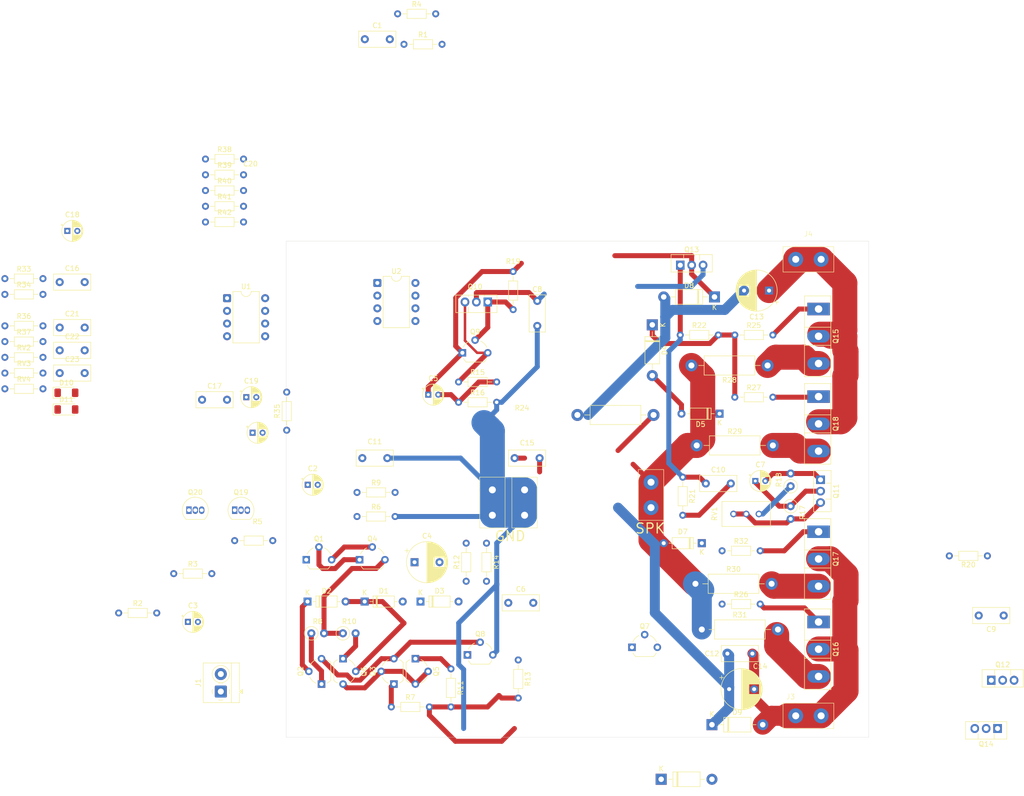
<source format=kicad_pcb>
(kicad_pcb (version 20241229) (generator "pcbnew") (generator_version "9.0")
  (layers (0 "F.Cu" signal) (2 "B.Cu" signal) (13 "F.Paste" user) (15 "B.Paste" user) (5 "F.SilkS" user "F.Silkscreen") (7 "B.SilkS" user "B.Silkscreen") (1 "F.Mask" user) (3 "B.Mask" user) (25 "Edge.Cuts" user))
  (net 0 "")
  (net 1 "Net-(Q3-E)")
  (net 2 "GNDS")
  (net 3 "Net-(C3-Pad2)")
  (net 4 "B+")
  (net 5 "B-")
  (net 6 "/SPEAKER")
  (net 7 "Net-(Q11-B)")
  (net 8 "Net-(Q1-C)")
  (net 9 "PWRGND")
  (net 10 "Net-(Q13-E)")
  (net 11 "Net-(D3-K)")
  (net 12 "Net-(Q3-B)")
  (net 13 "Net-(Q5-E)")
  (net 14 "Net-(Q12-E)")
  (net 15 "Net-(Q11-E)")
  (net 16 "Net-(Q14-E)")
  (net 17 "Net-(Q2-E)")
  (net 18 "Net-(C1-Pad1)")
  (net 19 "Net-(C2-Pad2)")
  (net 20 "Net-(D1-A)")
  (net 21 "Net-(C5-Pad2)")
  (net 22 "Net-(Q2-C)")
  (net 23 "Net-(Q10-C)")
  (net 24 "Net-(C15-Pad2)")
  (net 25 "Net-(D1-K)")
  (net 26 "Net-(D4-A)")
  (net 27 "Net-(D4-K)")
  (net 28 "Net-(D6-A)")
  (net 29 "GND")
  (net 30 "Net-(J1-Pin_2)")
  (net 31 "Net-(Q19-C)")
  (net 32 "Net-(Q1-B)")
  (net 33 "Net-(Q4-C)")
  (net 34 "Net-(Q6-E)")
  (net 35 "Net-(Q12-B)")
  (net 36 "Net-(Q10-B)")
  (net 37 "Net-(Q10-E)")
  (net 38 "Net-(R18-Pad1)")
  (net 39 "Net-(Q15-G)")
  (net 40 "Net-(Q15-S)")
  (net 41 "Net-(Q16-G)")
  (net 42 "Net-(Q16-S)")
  (net 43 "Net-(Q17-G)")
  (net 44 "Net-(Q17-S)")
  (net 45 "Net-(Q18-G)")
  (net 46 "Net-(Q18-S)")
  (net 47 "Net-(Q20-C)")
  (net 48 "INPUT")
  (net 49 "Net-(C18-Pad2)")
  (net 50 "UNREG+")
  (net 51 "Net-(D10-K)")
  (net 52 "Net-(D11-A)")
  (net 53 "UNREG-")
  (net 54 "Net-(C21-Pad2)")
  (net 55 "Net-(U1A--)")
  (net 56 "OUTPUT")
  (net 57 "Net-(C22-Pad1)")
  (net 58 "Net-(U1B-+)")
  (net 59 "Net-(D6-K)")
  (net 60 "Net-(U1A-+)")
  (net 61 "Net-(SW1-B)")
  (net 62 "Net-(U2A-+)")
  (net 63 "Net-(R42-Pad2)")
  (footprint "Resistor_THT:R_Axial_DIN0411_L9.9mm_D3.6mm_P15.24mm_Horizontal" (layer "F.Cu") (at 148.844 50.8)
    (property "Reference" "R24")
    (property "Value" "10")
  )
  (footprint "Resistor_THT:R_Axial_DIN0204_L3.6mm_D1.6mm_P7.62mm_Horizontal" (layer "F.Cu") (at 135.99 22.098 -90)
    (property "Reference" "R19")
    (property "Value" "56")
  )
  (footprint "Package_TO_SOT_THT:TO-126-3_Vertical" (layer "F.Cu") (at 169.43 20.828)
    (property "Reference" "Q13")
    (property "Value" "TTC004B")
  )
  (footprint "Resistor_THT:R_Axial_DIN0204_L3.6mm_D1.6mm_P7.62mm_Horizontal" (layer "F.Cu") (at 90.678 53.848 90)
    (property "Reference" "R35")
    (property "Value" "47k")
  )
  (footprint "Resistor_THT:R_Axial_DIN0204_L3.6mm_D1.6mm_P7.62mm_Horizontal" (layer "F.Cu") (at 223.266 78.994)
    (property "Reference" "R20")
    (property "Value" "33")
  )
  (footprint "Capacitor_THT:CP_Radial_D4.0mm_P2.00mm" (layer "F.Cu") (at 184.447401 64.008)
    (property "Reference" "C7")
    (property "Value" "10u")
  )
  (footprint "Diode_THT:D_DO-35_SOD27_P7.62mm_Horizontal" (layer "F.Cu") (at 106.272 88.138)
    (property "Reference" "D1")
    (property "Value" "1N4148")
  )
  (footprint "Package_TO_SOT_THT:TO-247-3_Vertical" (layer "F.Cu") (at 197.104 74.168 -90)
    (property "Reference" "Q17")
    (property "Value" "IRFP9240")
  )
  (footprint "Diode_THT:D_DO-35_SOD27_P7.62mm_Horizontal" (layer "F.Cu") (at 94.842 88.138)
    (property "Reference" "D2")
    (property "Value" "1N4148")
  )
  (footprint "Resistor_THT:R_Axial_DIN0204_L3.6mm_D1.6mm_P7.62mm_Horizontal" (layer "F.Cu") (at 130.656 76.454 -90)
    (property "Reference" "R14")
    (property "Value" "22k")
  )
  (footprint "Package_TO_SOT_THT:TO-92_Wide" (layer "F.Cu") (at 116.432 99.568 -90)
    (property "Reference" "Q5")
    (property "Value" "2N5551")
  )
  (footprint "Resistor_THT:R_Axial_DIN0204_L3.6mm_D1.6mm_P7.62mm_Horizontal" (layer "F.Cu") (at 34.282 26.668)
    (property "Reference" "R34")
    (property "Value" "47k")
  )
  (footprint "Package_TO_SOT_THT:TO-92_Wide" (layer "F.Cu") (at 159.766 97.29)
    (property "Reference" "Q7")
    (property "Value" "2N5551")
  )
  (footprint "Capacitor_THT:C_Rect_L7.2mm_W3.0mm_P5.00mm_FKS2_FKP2_MKS2_MKP2" (layer "F.Cu") (at 234.148 90.932 180)
    (property "Reference" "C9")
    (property "Value" "47p")
  )
  (footprint "Resistor_THT:R_Axial_DIN0207_L6.3mm_D2.5mm_P2.54mm_Vertical" (layer "F.Cu") (at 191.516 69.059 -90)
    (property "Reference" "R17")
    (property "Value" "10k")
  )
  (footprint "Package_TO_SOT_THT:TO-126-3_Vertical" (layer "F.Cu") (at 197.491 63.765 -90)
    (property "Reference" "Q11")
    (property "Value" "BD139")
  )
  (footprint "Package_TO_SOT_THT:TO-92_Wide" (layer "F.Cu") (at 94.588 79.764)
    (property "Reference" "Q1")
    (property "Value" "2N5401")
  )
  (footprint "Resistor_THT:R_Axial_DIN0204_L3.6mm_D1.6mm_P7.62mm_Horizontal" (layer "F.Cu") (at 177.8 77.978)
    (property "Reference" "R32")
    (property "Value" "56")
  )
  (footprint "Resistor_THT:R_Axial_DIN0204_L3.6mm_D1.6mm_P7.62mm_Horizontal" (layer "F.Cu") (at 68.072 82.55)
    (property "Reference" "R3")
    (property "Value" "470")
  )
  (footprint "Resistor_THT:R_Axial_DIN0204_L3.6mm_D1.6mm_P7.62mm_Horizontal" (layer "F.Cu") (at 34.282 36.118)
    (property "Reference" "R37")
    (property "Value" "10k")
  )
  (footprint "Resistor_THT:R_Axial_DIN0204_L3.6mm_D1.6mm_P7.62mm_Horizontal" (layer "F.Cu") (at 114.142 -23.37)
    (property "Reference" "R1")
    (property "Value" "1k")
  )
  (footprint "Resistor_THT:R_Axial_DIN0204_L3.6mm_D1.6mm_P7.62mm_Horizontal" (layer "F.Cu") (at 34.282 42.418)
    (property "Reference" "RV3")
    (property "Value" "50k")
  )
  (footprint "Diode_SMD:D_MiniMELF" (layer "F.Cu") (at 46.597 49.703)
    (property "Reference" "D11")
    (property "Value" "BZV55B16")
  )
  (footprint "Resistor_THT:R_Axial_DIN0411_L9.9mm_D3.6mm_P15.24mm_Horizontal" (layer "F.Cu") (at 172.466 84.582)
    (property "Reference" "R30")
    (property "Value" "0.22")
  )
  (footprint "Resistor_THT:R_Axial_DIN0411_L9.9mm_D3.6mm_P15.24mm_Horizontal" (layer "F.Cu") (at 186.898 40.894 180)
    (property "Reference" "R28")
    (property "Value" "0.22")
  )
  (footprint "Resistor_THT:R_Axial_DIN0411_L9.9mm_D3.6mm_P15.24mm_Horizontal" (layer "F.Cu") (at 173.736 93.726)
    (property "Reference" "R31")
    (property "Value" "0.22")
  )
  (footprint "Package_TO_SOT_THT:TO-92_Wide" (layer "F.Cu") (at 126.846 98.814)
    (property "Reference" "Q8")
    (property "Value" "2N5551")
  )
  (footprint "Capacitor_THT:CP_Radial_D8.0mm_P5.00mm" (layer "F.Cu") (at 116.258 80.264)
    (property "Reference" "C4")
    (property "Value" "220u")
  )
  (footprint "Resistor_THT:R_Axial_DIN0204_L3.6mm_D1.6mm_P7.62mm_Horizontal" (layer "F.Cu") (at 74.422 9.042)
    (property "Reference" "R41")
    (property "Value" "10k")
  )
  (footprint "Resistor_THT:R_Axial_DIN0204_L3.6mm_D1.6mm_P7.62mm_Horizontal" (layer "F.Cu") (at 180.34 47.244)
    (property "Reference" "R27")
    (property "Value" "56")
  )
  (footprint "Resistor_THT:R_Axial_DIN0207_L6.3mm_D2.5mm_P2.54mm_Vertical" (layer "F.Cu") (at 95.604 94.488)
    (property "Reference" "R8")
    (property "Value" "100")
  )
  (footprint "Capacitor_THT:C_Rect_L7.2mm_W3.0mm_P5.00mm_FKS2_FKP2_MKS2_MKP2" (layer "F.Cu") (at 45.252 42.418)
    (property "Reference" "C23")
    (property "Value" "100n")
  )
  (footprint "Package_TO_SOT_THT:TO-92_Wide" (layer "F.Cu") (at 112.13 104.648 90)
    (property "Reference" "Q3")
    (property "Value" "2N5551")
  )
  (footprint "Resistor_THT:R_Axial_DIN0207_L6.3mm_D2.5mm_P2.54mm_Vertical" (layer "F.Cu") (at 191.516 65.053 90)
    (property "Reference" "R18")
    (property "Value" "680")
  )
  (footprint "Capacitor_THT:CP_Radial_D4.0mm_P2.00mm" (layer "F.Cu") (at 83.852 54.356)
    (property "Reference" "C20")
    (property "Value" "1u")
  )
  (footprint "Capacitor_THT:CP_Radial_D4.0mm_P2.00mm" (layer "F.Cu") (at 94.885401 64.77)
    (property "Reference" "C2")
    (property "Value" "4.7u")
  )
  (footprint "Capacitor_THT:CP_Radial_D4.0mm_P2.00mm" (layer "F.Cu") (at 119.004 46.736)
    (property "Reference" "C5")
    (property "Value" "4.7u")
  )
  (footprint "Package_TO_SOT_THT:TO-92_Inline" (layer "F.Cu") (at 80.264 69.85)
    (property "Reference" "Q19")
    (property "Value" "BC547")
  )
  (footprint "Package_TO_SOT_THT:TO-92_Wide" (layer "F.Cu") (at 101.954 99.568 -90)
    (property "Reference" "Q6")
    (property "Value" "2N5401")
  )
  (footprint "Resistor_THT:R_Axial_DIN0204_L3.6mm_D1.6mm_P7.62mm_Horizontal" (layer "F.Cu") (at 74.422 5.892)
    (property "Reference" "R40")
    (property "Value" "10k")
  )
  (footprint "Capacitor_THT:CP_Radial_D4.0mm_P2.00mm" (layer "F.Cu") (at 82.593401 47.244)
    (property "Reference" "C19")
    (property "Value" "1u")
  )
  (footprint "Package_TO_SOT_THT:TO-247-3_Vertical" (layer "F.Cu") (at 197.104 92.224 -90)
    (property "Reference" "Q16")
    (property "Value" "IRFP9240")
  )
  (footprint "footprints:TRIM_T93YA103KT20" (layer "F.Cu") (at 182.626 70.612 90)
    (property "Reference" "RV1")
    (property "Value" "300")
  )
  (footprint "Resistor_THT:R_Axial_DIN0204_L3.6mm_D1.6mm_P7.62mm_Horizontal" (layer "F.Cu") (at 104.748 71.12)
    (property "Reference" "R6")
    (property "Value" "4.7k")
  )
  (footprint "Resistor_THT:R_Axial_DIN0411_L9.9mm_D3.6mm_P15.24mm_Horizontal" (layer "F.Cu") (at 187.96 56.896 180)
    (property "Reference" "R29")
    (property "Value" "0.22")
  )
  (footprint "Diode_SMD:D_MiniMELF" (layer "F.Cu") (at 46.597 46.363)
    (property "Reference" "D10")
    (property "Value" "BZV55B16")
  )
  (footprint "Capacitor_THT:C_Rect_L7.2mm_W3.0mm_P5.00mm_FKS2_FKP2_MKS2_MKP2" (layer "F.Cu") (at 135.014 88.392)
    (property "Reference" "C6")
    (property "Value" "47p")
  )
  (footprint "footprints:Spade Connector" (layer "F.Cu") (at 133.196 68.326 90)
    (property "Reference" "J7" (hide yes))
    (property "Value" "~")
  )
  (footprint "Package_TO_SOT_THT:TO-126-3_Vertical" (layer "F.Cu") (at 130.91 28.194 180)
    (property "Reference" "Q10")
    (property "Value" "BD140")
  )
  (footprint "Resistor_THT:R_Axial_DIN0204_L3.6mm_D1.6mm_P7.62mm_Horizontal" (layer "F.Cu") (at 74.422 2.742)
    (property "Reference" "R39")
    (property "Value" "10k")
  )
  (footprint "Package_DIP:DIP-8_W7.62mm" (layer "F.Cu") (at 108.812 24.384)
    (property "Reference" "U2")
    (property "Value" "NE5532")
  )
  (footprint "Diode_THT:D_DO-35_SOD27_P7.62mm_Horizontal" (layer "F.Cu") (at 173.736 76.454 180)
    (property "Reference" "D7")
    (property "Value" "1N4148")
  )
  (footprint "Resistor_THT:R_Axial_DIN0204_L3.6mm_D1.6mm_P7.62mm_Horizontal" (layer "F.Cu") (at 112.872 -29.466)
    (property "Reference" "R4")
    (property "Value" "22k")
  )
  (footprint "Capacitor_THT:CP_Radial_D4.0mm_P2.00mm" (layer "F.Cu") (at 70.909401 92.202)
    (property "Reference" "C3")
    (property "Value" "4.7u")
  )
  (footprint "Capacitor_THT:C_Rect_L7.2mm_W3.0mm_P5.00mm_FKS2_FKP2_MKS2_MKP2" (layer "F.Cu") (at 110.804 59.436 180)
    (property "Reference" "C11")
    (property "Value" "100n")
  )
  (footprint "Resistor_THT:R_Axial_DIN0204_L3.6mm_D1.6mm_P7.62mm_Horizontal" (layer "F.Cu") (at 34.282 45.568)
    (property "Reference" "RV4")
    (property "Value" "50k")
  )
  (footprint "Resistor_THT:R_Axial_DIN0204_L3.6mm_D1.6mm_P7.62mm_Horizontal" (layer "F.Cu") (at 34.282 39.268)
    (property "Reference" "RV2")
    (property "Value" "50k")
  )
  (footprint "Capacitor_THT:C_Rect_L7.2mm_W3.0mm_P5.00mm_FKS2_FKP2_MKS2_MKP2" (layer "F.Cu") (at 174.538 64.516)
    (property "Reference" "C10")
    (property "Value" "220n")
  )
  (footprint "Resistor_THT:R_Axial_DIN0204_L3.6mm_D1.6mm_P7.62mm_Horizontal" (layer "F.Cu") (at 137.006 99.822 -90)
    (property "Reference" "R13")
    (property "Value" "1k")
  )
  (footprint "footprints:Spade Connector" (layer "F.Cu") (at 158.496 66.802 90)
    (property "Reference" "J5" (hide yes))
    (property "Value" "~")
  )
  (footprint "Resistor_THT:R_Axial_DIN0204_L3.6mm_D1.6mm_P7.62mm_Horizontal" (layer "F.Cu") (at 74.422 12.192)
    (property "Reference" "R42")
    (property "Value" "10k")
  )
  (footprint "Resistor_THT:R_Axial_DIN0207_L6.3mm_D2.5mm_P2.54mm_Vertical" (layer "F.Cu") (at 101.925 94.488)
    (property "Reference" "R10")
    (property "Value" "100")
  )
  (footprint "Resistor_THT:R_Axial_DIN0204_L3.6mm_D1.6mm_P7.62mm_Horizontal" (layer "F.Cu") (at 177.8 88.646)
    (property "Reference" "R26")
    (property "Value" "56")
  )
  (footprint "Resistor_THT:R_Axial_DIN0204_L3.6mm_D1.6mm_P7.62mm_Horizontal" (layer "F.Cu") (at 169.418 34.798)
    (property "Reference" "R22")
    (property "Value" "56")
  )
  (footprint "Resistor_THT:R_Axial_DIN0204_L3.6mm_D1.6mm_P7.62mm_Horizontal" (layer "F.Cu") (at 180.34 34.798)
    (property "Reference" "R25")
    (property "Value" "56")
  )
  (footprint "Package_TO_SOT_THT:TO-92_Inline" (layer "F.Cu") (at 71.12 69.85)
    (property "Reference" "Q20")
    (property "Value" "BC557")
  )
  (footprint "Resistor_THT:R_Axial_DIN0204_L3.6mm_D1.6mm_P7.62mm_Horizontal" (layer "F.Cu") (at 125.068 48.26)
    (property "Reference" "R16")
    (property "Value" "4.7k")
  )
  (footprint "Capacitor_THT:C_Rect_L7.2mm_W3.0mm_P5.00mm_FKS2_FKP2_MKS2_MKP2" (layer "F.Cu") (at 45.252 33.318)
    (property "Reference" "C21")
    (property "Value" "220p")
  )
  (footprint "Resistor_THT:R_Axial_DIN0204_L3.6mm_D1.6mm_P7.62mm_Horizontal" (layer "F.Cu") (at 169.926 63.246 -90)
    (property "Reference" "R21")
    (property "Value" "680")
  )
  (footprint "footprints:Spade Connector" (layer "F.Cu") (at 126.746 68.326 90)
    (property "Reference" "J6" (hide yes))
    (property "Value" "~")
  )
  (footprint "Capacitor_THT:CP_Radial_D8.0mm_P5.00mm" (layer "F.Cu") (at 179.207349 105.664)
    (property "Reference" "C14")
    (property "Value" "220u")
  )
  (footprint "Package_TO_SOT_THT:TO-92_Wide" (layer "F.Cu") (at 125.83 38.362)
    (property "Reference" "Q9")
    (property "Value" "2N5401")
  )
  (footprint "Resistor_THT:R_Axial_DIN0204_L3.6mm_D1.6mm_P7.62mm_Horizontal" (layer "F.Cu") (at 123.544 101.6 -90)
    (property "Reference" "R11")
    (property "Value" "100")
  )
  (footprint "Capacitor_THT:C_Rect_L7.2mm_W3.0mm_P5.00mm_FKS2_FKP2_MKS2_MKP2" (layer "F.Cu") (at 73.74 47.752)
    (property "Reference" "C17")
    (property "Value" "100n")
  )
  (footprint "TerminalBlock_4Ucon:TerminalBlock_4Ucon_1x02_P3.50mm_Horizontal" (layer "F.Cu") (at 77.4915 106.144 90)
    (property "Reference" "J1")
    (property "Value" "INPUT")
  )
  (footprint "Package_TO_SOT_THT:TO-92_Wide" (layer "F.Cu") (at 105.256 79.764)
    (property "Reference" "Q4")
    (property "Value" "2N5401")
  )
  (footprint "Package_TO_SOT_THT:TO-247-3_Vertical" (layer "F.Cu") (at 197.104 29.602 -90)
    (property "Reference" "Q15")
    (property "Value" "IRFP240")
  )
  (footprint "Capacitor_THT:CP_Radial_D4.0mm_P2.00mm" (layer "F.Cu") (at 46.779401 13.97)
    (property "Reference" "C18")
    (property "Value" "22u")
  )
  (footprint "Resistor_THT:R_Axial_DIN0204_L3.6mm_D1.6mm_P7.62mm_Horizontal" (layer "F.Cu") (at 126.592 84.074 90)
    (property "Reference" "R12")
    (property "Value" "1k")
  )
  (footprint "Capacitor_THT:C_Rect_L7.2mm_W3.0mm_P5.00mm_FKS2_FKP2_MKS2_MKP2" (layer "F.Cu") (at 141.284 59.436 180)
    (property "Reference" "C15")
    (property "Value" "100n")
  )
  (footprint "Resistor_THT:R_Axial_DIN0204_L3.6mm_D1.6mm_P7.62mm_Horizontal" (layer "F.Cu") (at 34.282 23.518)
    (property "Reference" "R33")
    (property "Value" "22k")
  )
  (footprint "Resistor_THT:R_Axial_DIN0204_L3.6mm_D1.6mm_P7.62mm_Horizontal" (layer "F.Cu") (at 104.748 66.294)
    (property "Reference" "R9")
    (property "Value" "470")
  )
  (footprint "Diode_THT:D_DO-41_SOD81_P10.16mm_Horizontal" (layer "F.Cu") (at 163.83 32.766 -90)
    (property "Reference" "D4")
    (property "Value" "1N5919")
  )
  (footprint "Capacitor_THT:CP_Radial_D8.0mm_P5.00mm" (layer "F.Cu") (at 187.198 25.908 180)
    (property "Reference" "C13")
    (property "Value" "220u")
  )
  (footprint "Resistor_THT:R_Axial_DIN0204_L3.6mm_D1.6mm_P7.62mm_Horizontal" (layer "F.Cu") (at 34.282 32.968)
    (property "Reference" "R36")
    (property "Value" "3k")
  )
  (footprint "footprints:Spade Connector" (layer "F.Cu") (at 195.072 14.578)
    (property "Reference" "J4")
    (property "Value" "~")
  )
  (footprint "Package_TO_SOT_THT:TO-126-3_Vertical" (layer "F.Cu") (at 231.66 103.886)
    (property "Reference" "Q12")
    (property "Value" "BD139")
  )
  (footprint "Package_DIP:DIP-8_W7.62mm" (layer "F.Cu") (at 78.745 27.432)
    (property "Reference" "U1")
    (property "Value" "NE5532")
  )
  (footprint "Diode_THT:D_DO-41_SOD81_P10.16mm_Horizontal" (layer "F.Cu") (at 165.608 123.698)
    (property "Reference" "D6" (hide yes))
    (property "Value" "1N5919")
  )
  (footprint "Resistor_THT:R_Axial_DIN0204_L3.6mm_D1.6mm_P7.62mm_Horizontal" (layer "F.Cu") (at 80.264 75.946)
    (property "Reference" "R5")
    (property "Value" "4.7k")
  )
  (footprint "Diode_THT:D_DO-41_SOD81_P10.16mm_Horizontal" (layer "F.Cu") (at 176.276 27.178 180)
    (property "Reference" "D8")
    (property "Value" "1N4004")
  )
  (footprint "Capacitor_THT:C_Rect_L7.2mm_W3.0mm_P5.00mm_FKS2_FKP2_MKS2_MKP2" (layer "F.Cu") (at 45.252 37.868)
    (property "Reference" "C22")
    (property "Value" "100n")
  )
  (footprint "Capacitor_THT:C_Rect_L7.2mm_W3.0mm_P5.00mm_FKS2_FKP2_MKS2_MKP2" (layer "F.Cu") (at 140.816 27.98 -90)
    (property "Reference" "C8")
    (property "Value" "47p")
  )
  (footprint "Diode_THT:D_DO-35_SOD27_P7.62mm_Horizontal" (layer "F.Cu") (at 117.448 88.138)
    (property "Reference" "D3")
    (property "Value" "1N4148")
  )
  (footprint "Package_TO_SOT_THT:TO-247-3_Vertical" (layer "F.Cu") (at 197.104 47.128 -90)
    (property "Reference" "Q18")
    (property "Value" "IRFP240")
  )
  (footprint "Resistor_THT:R_Axial_DIN0204_L3.6mm_D1.6mm_P7.62mm_Horizontal" (layer "F.Cu") (at 111.606 109.22)
    (property "Reference" "R7")
    (property "Value" "100")
  )
  (footprint "Resistor_THT:R_Axial_DIN0204_L3.6mm_D1.6mm_P7.62mm_Horizontal" (layer "F.Cu") (at 57.052 90.424)
    (property "Reference" "R2")
    (property "Value" "100")
  )
  (footprint "Package_TO_SOT_THT:TO-126-3_Vertical" (layer "F.Cu") (at 232.918 113.538 180)
    (property "Reference" "Q14")
    (property "Value" "TTA004B")
  )
  (footprint "Diode_THT:D_DO-35_SOD27_P7.62mm_Horizontal" (layer "F.Cu") (at 177.292 50.546 180)
    (property "Reference" "D5")
    (property "Value" "1N4148")
  )
  (footprint "Resistor_THT:R_Axial_DIN0204_L3.6mm_D1.6mm_P7.62mm_Horizontal" (layer "F.Cu") (at 125.068 44.196)
    (property "Reference" "R15")
    (property "Value" "4.7k")
  )
  (footprint "Capacitor_THT:C_Rect_L7.2mm_W3.0mm_P5.00mm_FKS2_FKP2_MKS2_MKP2" (layer "F.Cu") (at 45.252 24.218)
    (property "Reference" "C16")
    (property "Value" "100n")
  )
  (footprint "Resistor_THT:R_Axial_DIN0204_L3.6mm_D1.6mm_P7.62mm_Horizontal" (layer "F.Cu") (at 74.422 -0.408)
    (property "Reference" "R38")
    (property "Value" "22k")
  )
  (footprint "Package_TO_SOT_THT:TO-92_Wide" (layer "F.Cu") (at 97.644 104.648 90)
    (property "Reference" "Q2")
    (property "Value" "2N5401")
  )
  (footprint "footprints:Spade Connector" (layer "F.Cu") (at 195.072 105.918)
    (property "Reference" "J3")
    (property "Value" "~")
  )
  (footprint "Capacitor_THT:C_Rect_L7.2mm_W3.0mm_P5.00mm_FKS2_FKP2_MKS2_MKP2" (layer "F.Cu") (at 183.856 98.552 180)
    (property "Reference" "C12")
    (property "Value" "100n")
  )
  (footprint "Capacitor_THT:C_Rect_L7.2mm_W3.0mm_P5.00mm_FKS2_FKP2_MKS2_MKP2" (layer "F.Cu") (at 106.308 -24.386)
    (property "Reference" "C1")
    (property "Value" "220p")
  )
  (footprint "Diode_THT:D_DO-41_SOD81_P10.16mm_Horizontal" (layer "F.Cu") (at 175.768 112.776)
    (property "Reference" "D9")
    (property "Value" "1N4004")
  )
  (gr_rect (start 90.551 16.002) (end 207.137 115.316) (stroke (width 0.05)) (fill no) (layer "Edge.Cuts"))
  (gr_text "GND" (at 132.18 76.2 0) (layer "F.SilkS") (effects (font (size 2 2) (thickness 0.25)) (justify left bottom)))
  (gr_text "SPK" (at 160.274 74.676 0) (layer "F.SilkS") (effects (font (size 2 2) (thickness 0.25)) (justify left bottom)))
  (segment (start 111.606 109.22) (end 111.606 105.172) (width 1) (layer "F.Cu") (net 1))
  (segment (start 111.606 105.172) (end 112.13 104.648) (width 1) (layer "F.Cu") (net 1))
  (segment (start 135.99 22.098) (end 137.637 20.451) (width 1) (layer "F.Cu") (net 4))
  (segment (start 201.567376 34.640624) (end 197.347376 34.640624) (width 5) (layer "F.Cu") (net 4))
  (segment (start 202.606 38.106997) (end 202.606 42.781003) (width 5) (layer "F.Cu") (net 4))
  (segment (start 192.532 19.658) (end 197.612 19.658) (width 5) (layer "F.Cu") (net 4))
  (segment (start 192.532 19.658) (end 192.532 20.574) (width 5) (layer "F.Cu") (net 4))
  (segment (start 192.532 20.574) (end 187.198 25.908) (width 5) (layer "F.Cu") (net 4))
  (segment (start 202.354 37.854997) (end 202.606 38.106997) (width 5) (layer "F.Cu") (net 4))
  (segment (start 202.355 33.853) (end 201.567376 34.640624) (width 5) (layer "F.Cu") (net 4))
  (segment (start 171.71 18.928) (end 171.71 20.828) (width 1) (layer "F.Cu") (net 4))
  (segment (start 171.71 22.612) (end 176.276 27.178) (width 1) (layer "F.Cu") (net 4))
  (segment (start 201.578 52.156) (end 197.104 52.156) (width 5) (layer "F.Cu") (net 4))
  (segment (start 156.333 18.927) (end 171.709 18.927) (width 1) (layer "F.Cu") (net 4))
  (segment (start 125.83 38.362) (end 124.494 37.026) (width 1) (layer "F.Cu") (net 4))
  (segment (start 124.494 37.026) (end 124.494 27.38022) (width 1) (layer "F.Cu") (net 4))
  (segment (start 199.551003 35.052) (end 202.354 35.052) (width 5) (layer "F.Cu") (net 4))
  (segment (start 202.354 51.38) (end 201.578 52.156) (width 5) (layer "F.Cu") (net 4))
  (segment (start 202.354 43.033003) (end 202.354 51.38) (width 5) (layer "F.Cu") (net 4))
  (segment (start 125.83 38.362) (end 119.004 45.188) (width 1) (layer "F.Cu") (net 4))
  (segment (start 129.77622 22.098) (end 135.99 22.098) (width 1) (layer "F.Cu") (net 4))
  (segment (start 202.355 24.401) (end 202.355 33.853) (width 5) (layer "F.Cu") (net 4))
  (segment (start 202.606 42.781003) (end 202.354 43.033003) (width 5) (layer "F.Cu") (net 4))
  (segment (start 202.354 35.052) (end 202.354 37.854997) (width 5) (layer "F.Cu") (net 4))
  (segment (start 124.494 27.38022) (end 129.77622 22.098) (width 1) (layer "F.Cu") (net 4))
  (segment (start 171.709 18.927) (end 171.71 18.928) (width 1) (layer "F.Cu") (net 4))
  (segment (start 171.71 20.828) (end 171.71 22.612) (width 1) (layer "F.Cu") (net 4))
  (segment (start 119.004 45.188) (end 119.004 46.736) (width 1) (layer "F.Cu") (net 4))
  (segment (start 197.612 19.658) (end 202.355 24.401) (width 5) (layer "F.Cu") (net 4))
  (segment (start 133.664 107.442) (end 133.156 106.934) (width 1) (layer "F.Cu") (net 5))
  (segment (start 202.355 97.673) (end 202.354 97.674) (width 5) (layer "F.Cu") (net 5))
  (segment (start 202.606 87.877003) (end 202.355 88.128003) (width 5) (layer "F.Cu") (net 5))
  (segment (start 184.207349 105.664) (end 184.207349 107.499349) (width 2) (layer "F.Cu") (net 5))
  (segment (start 197.104 79.566) (end 199.383003 79.566) (width 5) (layer "F.Cu") (net 5))
  (segment (start 192.532 110.998) (end 190.811349 110.998) (width 5) (layer "F.Cu") (net 5))
  (segment (start 197.612 110.998) (end 202.604 106.006) (width 5) (layer "F.Cu") (net 5))
  (segment (start 202.302 97.622) (end 197.104 97.622) (width 5) (layer "F.Cu") (net 5))
  (segment (start 130.87 109.22) (end 133.156 106.934) (width 1) (layer "F.Cu") (net 5))
  (segment (start 185.928 112.776) (end 187.706 110.998) (width 4) (layer "F.Cu") (net 5))
  (segment (start 136.244 113.538) (end 133.689 116.093) (width 1) (layer "F.Cu") (net 5))
  (segment (start 202.355 88.128003) (end 202.355 97.673) (width 5) (layer "F.Cu") (net 5))
  (segment (start 119.226 109.22) (end 123.544 109.22) (width 1) (layer "F.Cu") (net 5))
  (segment (start 184.207349 107.499349) (end 187.706 110.998) (width 2) (layer "F.Cu") (net 5))
  (segment (start 123.544 109.22) (end 130.87 109.22) (width 1) (layer "F.Cu") (net 5))
  (segment (start 124.437 116.093) (end 119.226 110.882) (width 1) (layer "F.Cu") (net 5))
  (segment (start 133.689 116.093) (end 124.437 116.093) (width 1) (layer "F.Cu") (net 5))
  (segment (start 184.207349 98.903349) (end 183.856 98.552) (width 2) (layer "F.Cu") (net 5))
  (segment (start 199.383003 79.566) (end 202.606 82.788997) (width 5) (layer "F.Cu") (net 5))
  (segment (start 184.207349 105.664) (end 184.207349 98.903349) (width 2) (layer "F.Cu") (net 5))
  (segment (start 202.606 82.788997) (end 202.606 87.877003) (width 5) (layer "F.Cu") (net 5))
  (segment (start 202.354 97.674) (end 202.302 97.622) (width 5) (layer "F.Cu") (net 5))
  (segment (start 137.006 107.442) (end 133.664 107.442) (width 1) (layer "F.Cu") (net 5))
  (segment (start 202.604 106.006) (end 202.604 97.924) (width 5) (layer "F.Cu") (net 5))
  (segment (start 119.226 110.882) (end 119.226 109.22) (width 1) (layer "F.Cu") (net 5))
  (segment (start 187.706 110.998) (end 190.811349 110.998) (width 4) (layer "F.Cu") (net 5))
  (segment (start 202.604 97.924) (end 202.354 97.674) (width 5) (layer "F.Cu") (net 5))
  (segment (start 197.612 110.998) (end 192.532 110.998) (width 5) (layer "F.Cu") (net 5))
  (segment (start 141.284 59.436) (end 141.284 62.19) (width 1) (layer "F.Cu") (net 6))
  (segment (start 177.292 50.546) (end 173.92 50.546) (width 1) (layer "F.Cu") (net 6))
  (segment (start 173.92 50.546) (end 173.92 43.156) (width 5) (layer "F.Cu") (net 6))
  (segment (start 163.576 75.828712) (end 172.266 84.518712) (width 5) (layer "F.Cu") (net 6))
  (segment (start 163.576 69.342) (end 163.576 75.828712) (width 5) (layer "F.Cu") (net 6))
  (segment (start 163.576 64.262) (end 163.576 69.342) (width 5) (layer "F.Cu") (net 6))
  (segment (start 172.72 56.896) (end 173.92 55.696) (width 5) (layer "F.Cu") (net 6))
  (segment (start 163.576 64.262) (end 170.942 56.896) (width 5) (layer "F.Cu") (net 6))
  (segment (start 170.942 56.896) (end 172.72 56.896) (width 5) (layer "F.Cu") (net 6))
  (segment (start 173.92 43.156) (end 171.658 40.894) (width 5) (layer "F.Cu") (net 6))
  (segment (start 173.92 55.696) (end 173.92 50.546) (width 5) (layer "F.Cu") (net 6))
  (segment (start 159.98 60.666) (end 163.576 64.262) (width 1) (layer "F.Cu") (net 6))
  (segment (start 173.736 93.726) (end 173.736 85.852) (width 4) (layer "B.Cu") (net 6))
  (segment (start 172.466 84.582) (end 173.736 85.852) (width 5) (layer "B.Cu") (net 6))
  (segment (start 182.626 70.612) (end 184.412999 72.398999) (width 1) (layer "F.Cu") (net 7))
  (segment (start 190.716001 72.398999) (end 191.516 71.599) (width 1) (layer "F.Cu") (net 7))
  (segment (start 194.217 71.599) (end 191.516 71.599) (width 1) (layer "F.Cu") (net 7))
  (segment (start 197.491 68.325) (end 194.217 71.599) (width 1) (layer "F.Cu") (net 7))
  (segment (start 184.412999 72.398999) (end 190.716001 72.398999) (width 1) (layer "F.Cu") (net 7))
  (segment (start 180.086 70.612) (end 182.626 70.612) (width 1) (layer "F.Cu") (net 7))
  (segment (start 102.208 77.224) (end 107.796 77.224) (width 1) (layer "F.Cu") (net 8))
  (segment (start 99.668 79.764) (end 102.208 77.224) (width 1) (layer "F.Cu") (net 8))
  (segment (start 140.816 32.98) (end 140.816 41.148) (width 1) (layer "B.Cu") (net 9))
  (segment (start 132.705 84.582) (end 132.705 98.035) (width 1) (layer "B.Cu") (net 9))
  (segment (start 179.207349 98.903349) (end 178.856 98.552) (width 2) (layer "B.Cu") (net 9))
  (segment (start 138.276 65.786) (end 135.228 65.786) (width 5) (layer "B.Cu") (net 9))
  (segment (start 126.084 113.538) (end 126.084 101.734422) (width 1) (layer "B.Cu") (net 9))
  (segment (start 166.431 31.181) (end 166.431 35.367) (width 2) (layer "B.Cu") (net 9))
  (segment (start 133.704 48.26) (end 132.688 48.26) (width 1) (layer "B.Cu") (net 9))
  (segment (start 132.705 84.819) (end 132.705 84.582) (width 1) (layer "B.Cu") (net 9))
  (segment (start 179.207349 109.336651) (end 175.768 112.776) (width 2) (layer "B.Cu") (net 9))
  (segment (start 133.196 65.786) (end 138.276 70.866) (width 5) (layer "B.Cu") (net 9))
  (segment (start 166.116 27.178) (end 166.116 35.052) (width 1) (layer "B.Cu") (net 9))
  (segment (start 110.804 59.436) (end 125.476 59.436) (width 1) (layer "B.Cu") (net 9))
  (segment (start 131.826 54.002) (end 130.148 52.324) (width 5) (layer "B.Cu") (net 9))
  (segment (start 125.095 100.745422) (end 125.095 92.429) (width 1) (layer "B.Cu") (net 9))
  (segment (start 126.084 101.734422) (end 125.095 100.745422) (width 1) (layer "B.Cu") (net 9))
  (segment (start 125.095 92.429) (end 132.705 84.819) (width 1) (layer "B.Cu") (net 9))
  (segment (start 130.148 52.324) (end 130.91 52.324) (width 1) (layer "B.Cu") (net 9))
  (segment (start 125.476 59.436) (end 131.826 65.786) (width 1) (layer "B.Cu") (net 9))
  (segment (start 138.276 70.866) (end 138.276 65.786) (width 5) (layer "B.Cu") (net 9))
  (segment (start 182.198 25.908) (end 178.327 29.779) (width 2) (layer "B.Cu") (net 9))
  (segment (start 112.368 71.12) (end 131.572 71.12) (width 1) (layer "B.Cu") (net 9))
  (segment (start 135.228 65.786) (end 131.826 65.786) (width 5) (layer "B.Cu") (net 9))
  (segment (start 132.705 76.437) (end 132.705 84.582) (width 1) (layer "B.Cu") (net 9))
  (segment (start 166.431 31.181) (end 166.431 27.493) (width 2) (layer "B.Cu") (net 9))
  (segment (start 131.826 70.866) (end 131.826 65.786) (width 5) (layer "B.Cu") (net 9))
  (segment (start 132.302 52.324) (end 130.148 52.324) (width 2) (layer "B.Cu") (net 9))
  (segment (start 140.816 41.148) (end 133.704 48.26) (width 1) (layer "B.Cu") (net 9))
  (segment (start 138.276 70.866) (end 131.826 70.866) (width 5) (layer "B.Cu") (net 9))
  (segment (start 167.833 29.779) (end 166.431 31.181) (width 2) (layer "B.Cu") (net 9))
  (segment (start 179.207349 105.232349) (end 179.207349 109.336651) (width 2) (layer "B.Cu") (net 9))
  (segment (start 132.688 48.26) (end 132.688 49.784) (width 1) (layer "B.Cu") (net 9))
  (segment (start 135.863 73.279) (end 132.705 76.437) (width 1) (layer "B.Cu") (net 9))
  (segment (start 132.705 98.035) (end 131.926 98.814) (width 1) (layer "B.Cu") (net 9))
  (segment (start 164.341341 76.711341) (end 164.341341 90.366341) (width 2) (layer "B.Cu") (net 9))
  (segment (start 131.826 65.786) (end 133.196 65.786) (width 5) (layer "B.Cu") (net 9))
  (segment (start 166.431 35.367) (end 150.998 50.8) (width 2) (layer "B.Cu") (net 9))
  (segment (start 166.431 27.493) (end 166.116 27.178) (width 2) (layer "B.Cu") (net 9))
  (segment (start 164.341341 90.366341) (end 179.207349 105.232349) (width 2) (layer "B.Cu") (net 9))
  (segment (start 178.327 29.779) (end 167.833 29.779) (width 2) (layer "B.Cu") (net 9))
  (segment (start 179.207349 105.664) (end 179.207349 98.903349) (width 2) (layer "B.Cu") (net 9))
  (segment (start 138.276 70.866) (end 135.863 73.279) (width 1) (layer "B.Cu") (net 9))
  (segment (start 131.826 65.786) (end 131.826 54.002) (width 5) (layer "B.Cu") (net 9))
  (segment (start 132.688 49.784) (end 130.148 52.324) (width 1) (layer "B.Cu") (net 9))
  (segment (start 156.972 69.342) (end 164.341341 76.711341) (width 2) (layer "B.Cu") (net 9))
  (segment (start 169.43 20.828) (end 169.43 34.786) (width 1) (layer "F.Cu") (net 10))
  (segment (start 169.926 63.246) (end 173.268 63.246) (width 1) (layer "F.Cu") (net 10))
  (segment (start 173.268 63.246) (end 174.538 64.516) (width 1) (layer "F.Cu") (net 10))
  (segment (start 169.418 35.787949) (end 169.418 34.798) (width 1) (layer "B.Cu") (net 10))
  (segment (start 167.132 38.073949) (end 169.418 35.787949) (width 1) (layer "B.Cu") (net 10))
  (segment (start 169.926 63.246) (end 167.132 60.452) (width 1) (layer "B.Cu") (net 10))
  (segment (start 167.132 60.452) (end 167.132 38.073949) (width 1) (layer "B.Cu") (net 10))
  (segment (start 109.59 102.108) (end 106.3 105.398) (width 1) (layer "F.Cu") (net 12))
  (segment (start 116.432 104.648) (end 118.972 102.108) (width 1) (layer "F.Cu") (net 12))
  (segment (start 113.892 102.108) (end 116.432 104.648) (width 1) (layer "F.Cu") (net 12))
  (segment (start 106.3 105.398) (end 102.704 105.398) (width 1) (layer "F.Cu") (net 12))
  (segment (start 109.59 102.108) (end 113.892 102.108) (width 1) (layer "F.Cu") (net 12))
  (segment (start 102.704 105.398) (end 101.954 104.648) (width 1) (layer "F.Cu") (net 12))
  (segment (start 123.544 101.6) (end 121.512 99.568) (width 1) (layer "F.Cu") (net 13))
  (segment (start 121.512 99.568) (end 116.432 99.568) (width 1) (layer "F.Cu") (net 13))
  (segment (start 191.516 62.513) (end 196.239 62.513) (width 1) (layer "F.Cu") (net 15))
  (segment (start 187.942401 62.513) (end 191.516 62.513) (width 1) (layer "F.Cu") (net 15))
  (segment (start 186.447401 64.008) (end 187.942401 62.513) (width 1) (layer "F.Cu") (net 15))
  (segment (start 196.239 62.513) (end 197.491 63.765) (width 1) (layer "F.Cu") (net 15))
  (segment (start 173.188 70.866) (end 179.538 64.516) (width 1) (layer "F.Cu") (net 16))
  (segment (start 169.926 70.866) (end 173.188 70.866) (width 1) (layer "F.Cu") (net 16))
  (segment (start 97.644 102.044288) (end 95.604 100.004288) (width 1) (layer "F.Cu") (net 17))
  (segment (start 95.604 100.004288) (end 95.604 94.488) (width 1) (layer "F.Cu") (net 17))
  (segment (start 97.644 104.648) (end 97.644 102.044288) (width 1) (layer "F.Cu") (net 17))
  (segment (start 93.803 89.177) (end 94.842 88.138) (width 1) (layer "F.Cu") (net 20))
  (segment (start 93.803 100.807) (end 93.803 89.177) (width 1) (layer "F.Cu") (net 20))
  (segment (start 95.104 102.108) (end 93.803 100.807) (width 1) (layer "F.Cu") (net 20))
  (segment (start 129.132 44.196) (end 125.068 48.26) (width 1) (layer "F.Cu") (net 21))
  (segment (start 121.004 46.736) (end 123.544 46.736) (width 1) (layer "F.Cu") (net 21))
  (segment (start 132.688 44.196) (end 129.132 44.196) (width 1) (layer "F.Cu") (net 21))
  (segment (start 123.544 46.736) (end 125.068 48.26) (width 1) (layer "F.Cu") (net 21))
  (segment (start 112.13 99.568) (end 115.424 96.274) (width 1) (layer "F.Cu") (net 22))
  (segment (start 105.362712 103.859) (end 109.653712 99.568) (width 1) (layer "F.Cu") (net 22))
  (segment (start 109.653712 99.568) (end 112.13 99.568) (width 1) (layer "F.Cu") (net 22))
  (segment (start 115.424 96.274) (end 129.386 96.274) (width 1) (layer "F.Cu") (net 22))
  (segment (start 103.768712 103.859) (end 105.362712 103.859) (width 1) (layer "F.Cu") (net 22))
  (segment (start 97.644 99.568) (end 100.909288 102.833288) (width 1) (layer "F.Cu") (net 22))
  (segment (start 102.743 102.833288) (end 103.768712 103.859) (width 1) (layer "F.Cu") (net 22))
  (segment (start 100.909288 102.833288) (end 102.743 102.833288) (width 1) (layer "F.Cu") (net 22))
  (segment (start 140.816 27.98) (end 139.129 26.293) (width 1) (layer "F.Cu") (net 23))
  (segment (start 197.491 66.045) (end 194.53 66.045) (width 1) (layer "F.Cu") (net 23))
  (segment (start 128.63 26.384) (end 128.63 28.194) (width 1) (layer "F.Cu") (net 23))
  (segment (start 184.447401 64.272156) (end 184.447401 64.008) (width 1) (layer "F.Cu") (net 23))
  (segment (start 191.516 69.059) (end 189.234245 69.059) (width 1) (layer "F.Cu") (net 23))
  (segment (start 194.53 66.045) (end 191.516 69.059) (width 1) (layer "F.Cu") (net 23))
  (segment (start 139.129 26.293) (end 128.721 26.293) (width 1) (layer "F.Cu") (net 23))
  (segment (start 189.234245 69.059) (end 184.447401 64.272156) (width 1) (layer "F.Cu") (net 23))
  (segment (start 128.721 26.293) (end 128.63 26.384) (width 1) (layer "F.Cu") (net 23))
  (segment (start 140.816 27.98) (end 142.195 26.601) (width 1) (layer "B.Cu") (net 23))
  (segment (start 171.641 25.077) (end 173.99 22.728) (width 1) (layer "B.Cu") (net 23))
  (segment (start 173.99 22.728) (end 173.99 20.828) (width 1) (layer "B.Cu") (net 23))
  (segment (start 160.891 25.077) (end 171.641 25.077) (width 1) (layer "B.Cu") (net 23))
  (segment (start 136.284 59.436) (end 138.276 59.436) (width 1) (layer "F.Cu") (net 24))
  (segment (start 156.972 57.912) (end 164.084 50.8) (width 1) (layer "F.Cu") (net 24))
  (segment (start 106.272 88.138) (end 109.828 88.138) (width 1) (layer "F.Cu") (net 25))
  (segment (start 104.494 102.108) (end 114.146 92.456) (width 1) (layer "F.Cu") (net 25))
  (segment (start 106.272 88.138) (end 102.462 88.138) (width 1) (layer "F.Cu") (net 25))
  (segment (start 109.828 88.138) (end 114.146 92.456) (width 1) (layer "F.Cu") (net 25))
  (segment (start 169.672 48.768) (end 169.672 50.546) (width 1) (layer "F.Cu") (net 26))
  (segment (start 163.83 42.926) (end 169.672 48.768) (width 1) (layer "F.Cu") (net 26))
  (segment (start 163.83 34.866) (end 163.83 32.766) (width 1) (layer "F.Cu") (net 27))
  (segment (start 180.34 47.244) (end 180.34 34.798) (width 1) (layer "F.Cu") (net 27))
  (segment (start 177.038 34.798) (end 175.337 36.499) (width 1) (layer "F.Cu") (net 27))
  (segment (start 175.337 36.499) (end 165.463 36.499) (width 1) (layer "F.Cu") (net 27))
  (segment (start 165.463 36.499) (end 163.83 34.866) (width 1) (layer "F.Cu") (net 27))
  (segment (start 180.34 34.798) (end 177.038 34.798) (width 1) (layer "F.Cu") (net 27))
  (segment (start 97.128 80.772) (end 97.89 81.534) (width 1) (layer "F.Cu") (net 32))
  (segment (start 102.144288 79.764) (end 105.256 79.764) (width 1) (layer "F.Cu") (net 32))
  (segment (start 97.89 81.534) (end 100.374288 81.534) (width 1) (layer "F.Cu") (net 32))
  (segment (start 100.374288 81.534) (end 102.144288 79.764) (width 1) (layer "F.Cu") (net 32))
  (segment (start 97.128 77.224) (end 97.128 80.772) (width 1) (layer "F.Cu") (net 32))
  (segment (start 98.144 87.122) (end 103.751 81.515) (width 1) (layer "F.Cu") (net 33))
  (segment (start 108.585 81.515) (end 110.336 79.764) (width 1) (layer "F.Cu") (net 33))
  (segment (start 98.144 94.488) (end 98.144 87.122) (width 1) (layer "F.Cu") (net 33))
  (segment (start 98.144 94.488) (end 101.925 94.488) (width 1) (layer "F.Cu") (net 33))
  (segment (start 103.751 81.515) (end 108.585 81.515) (width 1) (layer "F.Cu") (net 33))
  (segment (start 104.465 97.057) (end 104.465 94.488) (width 1) (layer "F.Cu") (net 34))
  (segment (start 101.954 99.568) (end 104.465 97.057) (width 1) (layer "F.Cu") (net 34))
  (segment (start 125.076 44.196) (end 130.91 38.362) (width 1) (layer "F.Cu") (net 36))
  (segment (start 128.787265 38.362) (end 126.35 35.924735) (width 0.5) (layer "F.Cu") (net 36))
  (segment (start 126.35 35.924735) (end 126.35 28.194) (width 0.5) (layer "F.Cu") (net 36))
  (segment (start 130.91 38.362) (end 128.787265 38.362) (width 0.5) (layer "F.Cu") (net 36))
  (segment (start 130.91 33.282) (end 130.91 28.194) (width 1) (layer "F.Cu") (net 37))
  (segment (start 130.91 28.194) (end 134.466 28.194) (width 1) (layer "F.Cu") (net 37))
  (segment (start 128.37 35.822) (end 130.91 33.282) (width 1) (layer "F.Cu") (net 37))
  (segment (start 134.466 28.194) (end 135.99 29.718) (width 1) (layer "F.Cu") (net 37))
  (segment (start 185.957 70.612) (end 191.516 65.053) (width 1) (layer "B.Cu") (net 38))
  (segment (start 185.166 70.612) (end 185.957 70.612) (width 1) (layer "B.Cu") (net 38))
  (segment (start 187.96 34.798) (end 193.156 29.602) (width 1) (layer "F.Cu") (net 39))
  (segment (start 193.156 29.602) (end 197.104 29.602) (width 1) (layer "F.Cu") (net 39))
  (segment (start 188.551 39.241) (end 186.898 40.894) (width 5) (layer "F.Cu") (net 40))
  (segment (start 197.104 40.502) (end 195.427748 40.502) (width 5) (layer "F.Cu") (net 40))
  (segment (start 194.166748 39.241) (end 188.551 39.241) (width 5) (layer "F.Cu") (net 40))
  (segment (start 195.427748 40.502) (end 194.166748 39.241) (width 5) (layer "F.Cu") (net 40))
  (segment (start 186.182 89.408) (end 185.42 88.646) (width 1) (layer "F.Cu") (net 41))
  (segment (start 194.288 89.408) (end 186.182 89.408) (width 1) (layer "F.Cu") (net 41))
  (segment (start 197.104 92.224) (end 194.288 89.408) (width 1) (layer "F.Cu") (net 41))
  (segment (start 197.104 103.124) (end 194.818 103.124) (width 5) (layer "F.Cu") (net 42))
  (segment (start 188.722 97.028) (end 188.722 94.742) (width 5) (layer "F.Cu") (net 42))
  (segment (start 194.818 103.124) (end 188.722 97.028) (width 5) (layer "F.Cu") (net 42))
  (segment (start 194.056 74.168) (end 197.104 74.168) (width 1) (layer "F.Cu") (net 43))
  (segment (start 190.246 77.978) (end 194.056 74.168) (width 1) (layer "F.Cu") (net 43))
  (segment (start 185.42 77.978) (end 190.246 77.978) (width 1) (layer "F.Cu") (net 43))
  (segment (start 188.192 85.068) (end 187.706 84.582) (width 5) (layer "F.Cu") (net 44))
  (segment (start 197.104 85.068) (end 188.192 85.068) (width 5) (layer "F.Cu") (net 44))
  (segment (start 188.214 47.244) (end 196.988 47.244) (width 1) (layer "F.Cu") (net 45))
  (segment (start 197.104 58.028) (end 193.480426 58.028) (width 5) (layer "F.Cu") (net 46))
  (segment (start 193.480426 58.028) (end 192.348426 56.896) (width 5) (layer "F.Cu") (net 46))
  (segment (start 192.348426 56.896) (end 187.96 56.896) (width 5) (layer "F.Cu") (net 46))
)
</source>
